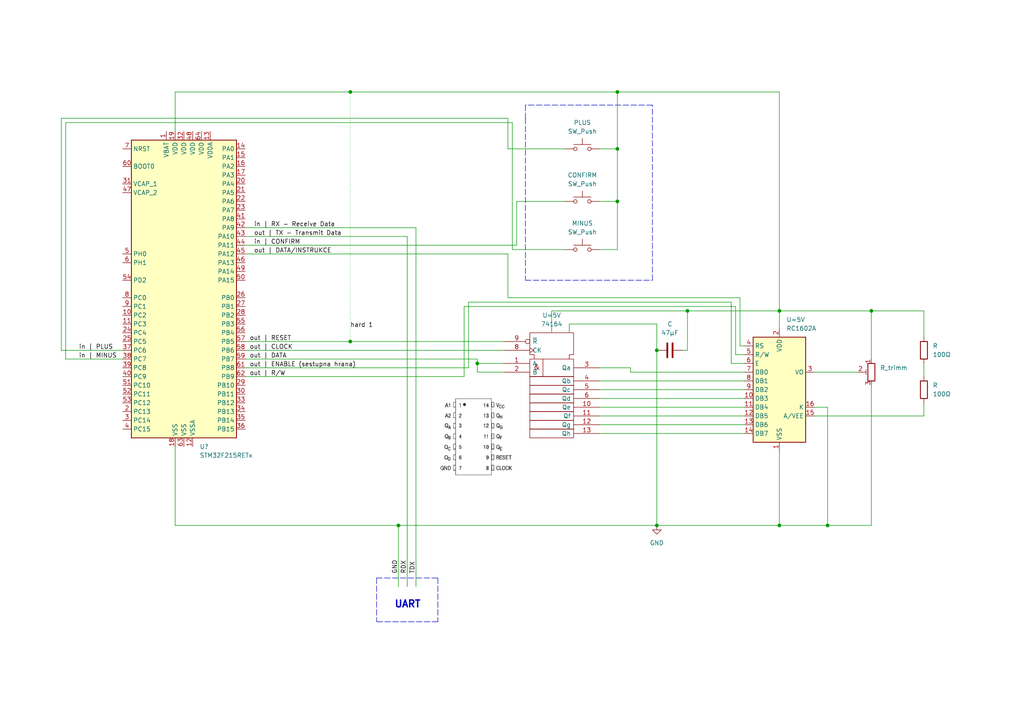
<source format=kicad_sch>
(kicad_sch (version 20211123) (generator eeschema)
  (paper "A4")
  (title_block (title "Řídicí jednotka se zobrazovačem LCD a kanálem - UART") (date "2022-11-21") (company "kucerp28@fel.cvut.cz"))
  (lib_symbols
    (symbol "74xx_IEEE:74164" (pin_names (offset 0.762))
      (property "Reference" "U" (at 8.89 6.35 0))
      (property "Value" "74164" (at 6.35 -22.86 0))
      (symbol "74164_0_0"
        (text "&" (at -4.318 -1.016 0) (effects (font (size 1.524 1.524))))
      )
      (symbol "74164_0_1"
        (rectangle (start -6.35 -19.05) (end 6.35 -21.59))
        (rectangle (start -6.35 -16.51) (end 6.35 -19.05))
        (rectangle (start -6.35 -13.97) (end 6.35 -16.51))
        (rectangle (start -6.35 -11.43) (end 6.35 -13.97))
        (rectangle (start -6.35 -8.89) (end 6.35 -11.43))
        (rectangle (start -6.35 -6.35) (end 6.35 -8.89))
        (rectangle (start -6.35 -3.81) (end 6.35 -6.35))
        (rectangle (start -6.35 1.27) (end 6.35 -3.81))
        (polyline (pts (xy -2.54 1.27) (xy -2.54 -3.81) (xy -2.54 -3.81)))
        (polyline (pts (xy -5.08 1.27) (xy -5.08 2.54) (xy -6.35 2.54) (xy -6.35 8.89) (xy 6.35 8.89) (xy 6.35 2.54) (xy 5.08 2.54) (xy 5.08 1.27) (xy 5.08 1.27)))
      )
      (symbol "74164_1_1"
        (pin input line (at -13.97 0 0) (length 7.62) (name "A") (number "1"))
        (pin output line (at 13.97 -12.7 180) (length 7.62) (name "Qe") (number "10"))
        (pin output line (at 13.97 -15.24 180) (length 7.62) (name "Qf") (number "11"))
        (pin output line (at 13.97 -17.78 180) (length 7.62) (name "Qg") (number "12"))
        (pin output line (at 13.97 -20.32 180) (length 7.62) (name "Qh") (number "13"))
        (pin power_in line (at 5.08 8.89 270) (length 0) hide (name "Vdd") (number "14"))
        (pin input line (at -13.97 -2.54 0) (length 7.62) (name "B") (number "2"))
        (pin output line (at 13.97 -1.27 180) (length 7.62) (name "Qa") (number "3"))
        (pin output line (at 13.97 -5.08 180) (length 7.62) (name "Qb") (number "4"))
        (pin output line (at 13.97 -7.62 180) (length 7.62) (name "Qc") (number "5"))
        (pin output line (at 13.97 -10.16 180) (length 7.62) (name "Qd") (number "6"))
        (pin power_in line (at 0 8.89 270) (length 0) hide (name "Vss") (number "7"))
        (pin input clock (at -13.97 3.81 0) (length 7.62) (name "CK") (number "8"))
        (pin input inverted (at -13.97 6.35 0) (length 7.62) (name "~{R}") (number "9"))
      )
    )
    (symbol "Device:C" (pin_numbers hide) (pin_names (offset 0.254))
      (property "Reference" "C" (at 0.635 2.54 0))
      (property "Value" "C" (at 0.635 -2.54 0))
      (symbol "C_0_1"
        (polyline (pts (xy -2.032 -0.762) (xy 2.032 -0.762)) (stroke (width 0.508)))
        (polyline (pts (xy -2.032 0.762) (xy 2.032 0.762)) (stroke (width 0.508)))
      )
      (symbol "C_1_1"
        (pin passive line (at 0 3.81 270) (length 2.794) (name "~") (number "1"))
        (pin passive line (at 0 -3.81 90) (length 2.794) (name "~") (number "2"))
      )
    )
    (symbol "Device:R" (pin_numbers hide) (pin_names (offset 0))
      (property "Reference" "R" (at 2.032 0 90))
      (property "Value" "R" (at 0 0 90))
      (symbol "R_0_1"
        (rectangle (start -1.016 -2.54) (end 1.016 2.54) (stroke (width 0.254)))
      )
      (symbol "R_1_1"
        (pin passive line (at 0 3.81 270) (length 1.27) (name "~") (number "1"))
        (pin passive line (at 0 -3.81 90) (length 1.27) (name "~") (number "2"))
      )
    )
    (symbol "Device:R_Potentiometer_Trim" (pin_names (offset 1.016) hide)
      (property "Reference" "RV" (at -4.445 0 90))
      (property "Value" "R_Potentiometer_Trim" (at -2.54 0 90))
      (symbol "R_Potentiometer_Trim_0_1"
        (polyline (pts (xy 1.524 0.762) (xy 1.524 -0.762)))
        (polyline (pts (xy 2.54 0) (xy 1.524 0)))
        (rectangle (start 1.016 2.54) (end -1.016 -2.54) (stroke (width 0.254)))
      )
      (symbol "R_Potentiometer_Trim_1_1"
        (pin passive line (at 0 3.81 270) (length 1.27) (name "1") (number "1"))
        (pin passive line (at 3.81 0 180) (length 1.27) (name "2") (number "2"))
        (pin passive line (at 0 -3.81 90) (length 1.27) (name "3") (number "3"))
      )
    )
    (symbol "Display_Character:RC1602A"
      (property "Reference" "U" (at -6.35 16.51 0))
      (property "Value" "RC1602A" (at 2.794 16.51 0))
      (symbol "RC1602A_0_1"
        (rectangle (start -7.62 15.24) (end 7.62 -15.24) (stroke (width 0.254)) (fill (type background)))
      )
      (symbol "RC1602A_1_1"
        (pin power_in line (at 0 -17.78 90) (length 2.54) (name "VSS") (number "1"))
        (pin bidirectional line (at -10.16 -2.54 0) (length 2.54) (name "DB3") (number "10"))
        (pin bidirectional line (at -10.16 -5.08 0) (length 2.54) (name "DB4") (number "11"))
        (pin bidirectional line (at -10.16 -7.62 0) (length 2.54) (name "DB5") (number "12"))
        (pin bidirectional line (at -10.16 -10.16 0) (length 2.54) (name "DB6") (number "13"))
        (pin bidirectional line (at -10.16 -12.7 0) (length 2.54) (name "DB7") (number "14"))
        (pin power_in line (at 10.16 -7.62 180) (length 2.54) (name "A/VEE") (number "15"))
        (pin power_in line (at 10.16 -5.08 180) (length 2.54) (name "K") (number "16"))
        (pin power_in line (at 0 17.78 270) (length 2.54) (name "VDD") (number "2"))
        (pin power_in line (at 10.16 5.08 180) (length 2.54) (name "VO") (number "3"))
        (pin input line (at -10.16 12.7 0) (length 2.54) (name "RS") (number "4"))
        (pin input line (at -10.16 10.16 0) (length 2.54) (name "R/W") (number "5"))
        (pin input line (at -10.16 7.62 0) (length 2.54) (name "E") (number "6"))
        (pin bidirectional line (at -10.16 5.08 0) (length 2.54) (name "DB0") (number "7"))
        (pin bidirectional line (at -10.16 2.54 0) (length 2.54) (name "DB1") (number "8"))
        (pin bidirectional line (at -10.16 0 0) (length 2.54) (name "DB2") (number "9"))
      )
    )
    (symbol "MCU_ST_STM32F2:STM32F215RETx"
      (property "Reference" "U" (at -15.24 44.45 0))
      (property "Value" "STM32F215RETx" (at 10.16 44.45 0))
      (symbol "STM32F215RETx_0_1"
        (rectangle (start -15.24 -43.18) (end 15.24 43.18) (stroke (width 0.254)) (fill (type background)))
      )
      (symbol "STM32F215RETx_1_1"
        (pin power_in line (at -5.08 45.72 270) (length 2.54) (name "VBAT") (number "1"))
        (pin bidirectional line (at -17.78 -7.62 0) (length 2.54) (name "PC2") (number "10"))
        (pin bidirectional line (at -17.78 -10.16 0) (length 2.54) (name "PC3") (number "11"))
        (pin power_in line (at 2.54 -45.72 90) (length 2.54) (name "VSSA") (number "12"))
        (pin power_in line (at 7.62 45.72 270) (length 2.54) (name "VDDA") (number "13"))
        (pin bidirectional line (at 17.78 40.64 180) (length 2.54) (name "PA0") (number "14"))
        (pin bidirectional line (at 17.78 38.1 180) (length 2.54) (name "PA1") (number "15"))
        (pin bidirectional line (at 17.78 35.56 180) (length 2.54) (name "PA2") (number "16"))
        (pin bidirectional line (at 17.78 33.02 180) (length 2.54) (name "PA3") (number "17"))
        (pin power_in line (at -2.54 -45.72 90) (length 2.54) (name "VSS") (number "18"))
        (pin power_in line (at -2.54 45.72 270) (length 2.54) (name "VDD") (number "19"))
        (pin bidirectional line (at -17.78 -35.56 0) (length 2.54) (name "PC13") (number "2"))
        (pin bidirectional line (at 17.78 30.48 180) (length 2.54) (name "PA4") (number "20"))
        (pin bidirectional line (at 17.78 27.94 180) (length 2.54) (name "PA5") (number "21"))
        (pin bidirectional line (at 17.78 25.4 180) (length 2.54) (name "PA6") (number "22"))
        (pin bidirectional line (at 17.78 22.86 180) (length 2.54) (name "PA7") (number "23"))
        (pin bidirectional line (at -17.78 -12.7 0) (length 2.54) (name "PC4") (number "24"))
        (pin bidirectional line (at -17.78 -15.24 0) (length 2.54) (name "PC5") (number "25"))
        (pin bidirectional line (at 17.78 -2.54 180) (length 2.54) (name "PB0") (number "26"))
        (pin bidirectional line (at 17.78 -5.08 180) (length 2.54) (name "PB1") (number "27"))
        (pin bidirectional line (at 17.78 -7.62 180) (length 2.54) (name "PB2") (number "28"))
        (pin bidirectional line (at 17.78 -27.94 180) (length 2.54) (name "PB10") (number "29"))
        (pin bidirectional line (at -17.78 -38.1 0) (length 2.54) (name "PC14") (number "3"))
        (pin bidirectional line (at 17.78 -30.48 180) (length 2.54) (name "PB11") (number "30"))
        (pin power_in line (at -17.78 30.48 0) (length 2.54) (name "VCAP_1") (number "31"))
        (pin power_in line (at 0 45.72 270) (length 2.54) (name "VDD") (number "32"))
        (pin bidirectional line (at 17.78 -33.02 180) (length 2.54) (name "PB12") (number "33"))
        (pin bidirectional line (at 17.78 -35.56 180) (length 2.54) (name "PB13") (number "34"))
        (pin bidirectional line (at 17.78 -38.1 180) (length 2.54) (name "PB14") (number "35"))
        (pin bidirectional line (at 17.78 -40.64 180) (length 2.54) (name "PB15") (number "36"))
        (pin bidirectional line (at -17.78 -17.78 0) (length 2.54) (name "PC6") (number "37"))
        (pin bidirectional line (at -17.78 -20.32 0) (length 2.54) (name "PC7") (number "38"))
        (pin bidirectional line (at -17.78 -22.86 0) (length 2.54) (name "PC8") (number "39"))
        (pin bidirectional line (at -17.78 -40.64 0) (length 2.54) (name "PC15") (number "4"))
        (pin bidirectional line (at -17.78 -25.4 0) (length 2.54) (name "PC9") (number "40"))
        (pin bidirectional line (at 17.78 20.32 180) (length 2.54) (name "PA8") (number "41"))
        (pin bidirectional line (at 17.78 17.78 180) (length 2.54) (name "PA9") (number "42"))
        (pin bidirectional line (at 17.78 15.24 180) (length 2.54) (name "PA10") (number "43"))
        (pin bidirectional line (at 17.78 12.7 180) (length 2.54) (name "PA11") (number "44"))
        (pin bidirectional line (at 17.78 10.16 180) (length 2.54) (name "PA12") (number "45"))
        (pin bidirectional line (at 17.78 7.62 180) (length 2.54) (name "PA13") (number "46"))
        (pin power_in line (at -17.78 27.94 0) (length 2.54) (name "VCAP_2") (number "47"))
        (pin power_in line (at 2.54 45.72 270) (length 2.54) (name "VDD") (number "48"))
        (pin bidirectional line (at 17.78 5.08 180) (length 2.54) (name "PA14") (number "49"))
        (pin input line (at -17.78 10.16 0) (length 2.54) (name "PH0") (number "5"))
        (pin bidirectional line (at 17.78 2.54 180) (length 2.54) (name "PA15") (number "50"))
        (pin bidirectional line (at -17.78 -27.94 0) (length 2.54) (name "PC10") (number "51"))
        (pin bidirectional line (at -17.78 -30.48 0) (length 2.54) (name "PC11") (number "52"))
        (pin bidirectional line (at -17.78 -33.02 0) (length 2.54) (name "PC12") (number "53"))
        (pin bidirectional line (at -17.78 2.54 0) (length 2.54) (name "PD2") (number "54"))
        (pin bidirectional line (at 17.78 -10.16 180) (length 2.54) (name "PB3") (number "55"))
        (pin bidirectional line (at 17.78 -12.7 180) (length 2.54) (name "PB4") (number "56"))
        (pin bidirectional line (at 17.78 -15.24 180) (length 2.54) (name "PB5") (number "57"))
        (pin bidirectional line (at 17.78 -17.78 180) (length 2.54) (name "PB6") (number "58"))
        (pin bidirectional line (at 17.78 -20.32 180) (length 2.54) (name "PB7") (number "59"))
        (pin input line (at -17.78 7.62 0) (length 2.54) (name "PH1") (number "6"))
        (pin input line (at -17.78 35.56 0) (length 2.54) (name "BOOT0") (number "60"))
        (pin bidirectional line (at 17.78 -22.86 180) (length 2.54) (name "PB8") (number "61"))
        (pin bidirectional line (at 17.78 -25.4 180) (length 2.54) (name "PB9") (number "62"))
        (pin power_in line (at 0 -45.72 90) (length 2.54) (name "VSS") (number "63"))
        (pin power_in line (at 5.08 45.72 270) (length 2.54) (name "VDD") (number "64"))
        (pin input line (at -17.78 40.64 0) (length 2.54) (name "NRST") (number "7"))
        (pin bidirectional line (at -17.78 -2.54 0) (length 2.54) (name "PC0") (number "8"))
        (pin bidirectional line (at -17.78 -5.08 0) (length 2.54) (name "PC1") (number "9"))
      )
    )
    (symbol "Switch:SW_Push" (pin_numbers hide) (pin_names (offset 1.016) hide)
      (property "Reference" "SW" (at 1.27 2.54 0))
      (property "Value" "SW_Push" (at 0 -1.524 0))
      (symbol "SW_Push_0_1"
        (circle (center -2.032 0) (radius 0.508))
        (polyline (pts (xy 0 1.27) (xy 0 3.048)))
        (polyline (pts (xy 2.54 1.27) (xy -2.54 1.27)))
        (circle (center 2.032 0) (radius 0.508))
        (pin passive line (at -5.08 0 0) (length 2.54) (name "1") (number "1"))
        (pin passive line (at 5.08 0 180) (length 2.54) (name "2") (number "2"))
      )
    )
    (symbol "power:GND" (power) (pin_names (offset 0))
      (property "Value" "GND" (at 0 -3.81 0))
      (symbol "GND_0_1"
        (polyline (pts (xy 0 0) (xy 0 -1.27) (xy 1.27 -1.27) (xy 0 -2.54) (xy -1.27 -1.27) (xy 0 -1.27)))
      )
      (symbol "GND_1_1"
        (pin power_in line (at 0 0 270) (length 0) hide (name "GND") (number "1"))
      )
    )
  )
  (junction (at 179.07 58.42))
  (junction (at 101.6 26.67))
  (junction (at 115.57 152.4))
  (junction (at 252.73 90.17))
  (junction (at 190.5 101.6))
  (junction (at 226.06 90.17))
  (junction (at 179.07 26.67))
  (junction (at 101.6 99.06))
  (junction (at 179.07 43.18))
  (junction (at 190.5 152.4))
  (junction (at 199.39 90.17))
  (junction (at 138.43 105.41))
  (junction (at 240.03 152.4))
  (junction (at 226.06 152.4))
  (wire (pts (xy 17.78 101.6) (xy 35.56 101.6)))
  (wire (pts (xy 134.62 109.22) (xy 134.62 88.9)))
  (wire (pts (xy 50.8 152.4) (xy 115.57 152.4)))
  (wire (pts (xy 173.99 123.19) (xy 215.9 123.19)))
  (wire (pts (xy 50.8 129.54) (xy 50.8 152.4)))
  (wire (pts (xy 267.97 90.17) (xy 252.73 90.17)))
  (wire (pts (xy 149.86 58.42) (xy 163.83 58.42)))
  (wire (pts (xy 160.02 96.52) (xy 160.02 90.17)))
  (wire (pts (xy 71.12 109.22) (xy 134.62 109.22)))
  (wire (pts (xy 138.43 105.41) (xy 138.43 107.95)))
  (wire (pts (xy 267.97 109.22) (xy 267.97 105.41)))
  (wire (pts (xy 165.1 93.98) (xy 190.5 93.98)))
  (wire (pts (xy 182.88 107.95) (xy 215.9 107.95)))
  (wire (pts (xy 173.99 113.03) (xy 215.9 113.03)))
  (wire (pts (xy 236.22 107.95) (xy 248.92 107.95)))
  (wire (pts (xy 71.12 68.58) (xy 118.11 68.58)))
  (polyline (pts (xy 127 180.34) (xy 109.22 180.34)))
  (wire (pts (xy 149.86 71.12) (xy 149.86 58.42)))
  (wire (pts (xy 71.12 104.14) (xy 138.43 104.14)))
  (wire (pts (xy 215.9 100.33) (xy 214.63 100.33)))
  (wire (pts (xy 226.06 152.4) (xy 226.06 130.81)))
  (wire (pts (xy 173.99 58.42) (xy 179.07 58.42)))
  (wire (pts (xy 240.03 152.4) (xy 252.73 152.4)))
  (wire (pts (xy 173.99 118.11) (xy 215.9 118.11)))
  (wire (pts (xy 226.06 90.17) (xy 226.06 95.25)))
  (wire (pts (xy 138.43 105.41) (xy 146.05 105.41)))
  (wire (pts (xy 267.97 116.84) (xy 267.97 120.65)))
  (wire (pts (xy 236.22 120.65) (xy 267.97 120.65)))
  (wire (pts (xy 71.12 66.04) (xy 120.65 66.04)))
  (wire (pts (xy 190.5 101.6) (xy 190.5 152.4)))
  (wire (pts (xy 148.59 72.39) (xy 163.83 72.39)))
  (wire (pts (xy 173.99 125.73) (xy 215.9 125.73)))
  (wire (pts (xy 120.65 66.04) (xy 120.65 170.18)))
  (wire (pts (xy 138.43 104.14) (xy 138.43 105.41)))
  (wire (pts (xy 199.39 90.17) (xy 199.39 101.6)))
  (polyline (pts (xy 152.4 30.48) (xy 152.4 34.29)))
  (wire (pts (xy 17.78 34.29) (xy 17.78 101.6)))
  (wire (pts (xy 214.63 86.36) (xy 147.32 86.36)))
  (polyline (pts (xy 109.22 167.64) (xy 109.22 180.34)))
  (wire (pts (xy 146.05 107.95) (xy 138.43 107.95)))
  (wire (pts (xy 214.63 100.33) (xy 214.63 86.36)))
  (wire (pts (xy 71.12 99.06) (xy 101.6 99.06)))
  (wire (pts (xy 135.89 87.63) (xy 135.89 106.68)))
  (wire (pts (xy 118.11 68.58) (xy 118.11 170.18)))
  (wire (pts (xy 173.99 43.18) (xy 179.07 43.18)))
  (wire (pts (xy 147.32 73.66) (xy 147.32 86.36)))
  (wire (pts (xy 173.99 120.65) (xy 215.9 120.65)))
  (wire (pts (xy 199.39 90.17) (xy 226.06 90.17)))
  (wire (pts (xy 212.09 87.63) (xy 135.89 87.63)))
  (wire (pts (xy 179.07 26.67) (xy 101.6 26.67)))
  (wire (pts (xy 147.32 43.18) (xy 147.32 34.29)))
  (wire (pts (xy 101.6 99.06) (xy 146.05 99.06)))
  (wire (pts (xy 147.32 34.29) (xy 17.78 34.29)))
  (wire (pts (xy 101.6 26.67) (xy 50.8 26.67)))
  (wire (pts (xy 173.99 106.68) (xy 182.88 106.68)))
  (wire (pts (xy 240.03 118.11) (xy 240.03 152.4)))
  (wire (pts (xy 252.73 90.17) (xy 252.73 104.14)))
  (wire (pts (xy 190.5 93.98) (xy 190.5 101.6)))
  (polyline (pts (xy 127 167.64) (xy 127 180.34)))
  (wire (pts (xy 267.97 97.79) (xy 267.97 90.17)))
  (wire (pts (xy 115.57 152.4) (xy 190.5 152.4)))
  (wire (pts (xy 226.06 26.67) (xy 226.06 90.17)))
  (wire (pts (xy 212.09 105.41) (xy 212.09 87.63)))
  (polyline (pts (xy 189.23 81.28) (xy 189.23 30.48)))
  (wire (pts (xy 147.32 43.18) (xy 163.83 43.18)))
  (wire (pts (xy 190.5 152.4) (xy 226.06 152.4)))
  (wire (pts (xy 213.36 102.87) (xy 213.36 88.9)))
  (polyline (pts (xy 152.4 34.29) (xy 152.4 81.28)))
  (wire (pts (xy 179.07 26.67) (xy 226.06 26.67)))
  (polyline (pts (xy 109.22 167.64) (xy 127 167.64)))
  (wire (pts (xy 179.07 58.42) (xy 179.07 72.39)))
  (wire (pts (xy 115.57 152.4) (xy 115.57 170.18)))
  (wire (pts (xy 215.9 105.41) (xy 212.09 105.41)))
  (wire (pts (xy 35.56 104.14) (xy 19.05 104.14)))
  (wire (pts (xy 252.73 152.4) (xy 252.73 111.76)))
  (wire (pts (xy 226.06 152.4) (xy 240.03 152.4)))
  (wire (pts (xy 50.8 26.67) (xy 50.8 38.1)))
  (wire (pts (xy 198.12 101.6) (xy 199.39 101.6)))
  (wire (pts (xy 213.36 88.9) (xy 134.62 88.9)))
  (wire (pts (xy 182.88 106.68) (xy 182.88 107.95)))
  (wire (pts (xy 226.06 90.17) (xy 252.73 90.17)))
  (wire (pts (xy 71.12 73.66) (xy 147.32 73.66)))
  (wire (pts (xy 240.03 118.11) (xy 236.22 118.11)))
  (polyline (pts (xy 189.23 30.48) (xy 152.4 30.48)))
  (wire (pts (xy 101.6 26.67) (xy 101.6 99.06)) (stroke (width 0) (type dot)))
  (wire (pts (xy 173.99 115.57) (xy 215.9 115.57)))
  (polyline (pts (xy 152.4 81.28) (xy 189.23 81.28)))
  (wire (pts (xy 71.12 101.6) (xy 146.05 101.6)))
  (wire (pts (xy 173.99 110.49) (xy 215.9 110.49)))
  (wire (pts (xy 148.59 35.56) (xy 148.59 72.39)))
  (wire (pts (xy 19.05 104.14) (xy 19.05 35.56)))
  (wire (pts (xy 160.02 90.17) (xy 199.39 90.17)))
  (wire (pts (xy 215.9 102.87) (xy 213.36 102.87)))
  (wire (pts (xy 19.05 35.56) (xy 148.59 35.56)))
  (wire (pts (xy 179.07 26.67) (xy 179.07 43.18)))
  (wire (pts (xy 165.1 96.52) (xy 165.1 93.98)))
  (wire (pts (xy 71.12 106.68) (xy 135.89 106.68)))
  (wire (pts (xy 71.12 71.12) (xy 149.86 71.12)))
  (wire (pts (xy 173.99 72.39) (xy 179.07 72.39)))
  (wire (pts (xy 179.07 43.18) (xy 179.07 58.42)))
  (image (at 138.43 125.73))
  (text "UART" (at 114.3 176.53 0) (effects (font (size 2 2) (thickness 0.4) bold) (justify left bottom)))
  (label "in | PLUS" (at 22.86 101.6 0))
  (label "RDX" (at 118.11 166.37 90))
  (label "out | TX - Transmit Data" (at 73.66 68.58 0))
  (label "out | CLOCK" (at 72.39 101.6 0))
  (label "hard 1" (at 101.6 95.25 0))
  (label "in | RX - Receive Data" (at 73.66 66.04 0))
  (label "GND" (at 115.57 166.37 90))
  (label "out | RESET" (at 72.39 99.06 0))
  (label "in | MINUS" (at 22.86 104.14 0))
  (label "out | DATA{slash}INSTRUKCE" (at 73.66 73.66 0))
  (label "in | CONFIRM" (at 73.66 71.12 0))
  (label "out | DATA" (at 72.39 104.14 0))
  (label "TDX" (at 120.65 166.37 90))
  (label "out | ENABLE (sestupna hrana)" (at 72.39 106.68 0))
  (label "out | R{slash}W" (at 72.39 109.22 0))
  (symbol (lib_id "Device:R") (at 267.97 113.03 0) (unit 1)
    (property "Reference" "R" (at 270.51 111.7599 0) (effects (justify left)))
    (property "Value" "100Ω" (at 270.51 114.2999 0) (effects (justify left)))
  )
  (symbol (lib_id "power:GND") (at 190.5 152.4 0) (unit 1)
    (property "Reference" "#PWR?" (effects hide))
    (property "Value" "GND" (at 190.5 157.48 0))
  )
  (symbol (lib_id "74xx_IEEE:74164") (at 160.02 105.41 0) (unit 1)
    (property "Reference" "U=5V" (at 160.02 91.44 0))
    (property "Value" "74164" (at 160.02 93.98 0))
  )
  (symbol (lib_id "Switch:SW_Push") (at 168.91 43.18 0) (unit 1)
    (property "Reference" "PLUS" (at 168.91 35.56 0))
    (property "Value" "SW_Push" (at 168.91 38.1 0))
  )
  (symbol (lib_id "Device:R") (at 267.97 101.6 0) (unit 1)
    (property "Reference" "R" (at 270.51 100.3299 0) (effects (justify left)))
    (property "Value" "100Ω" (at 270.51 102.8699 0) (effects (justify left)))
  )
  (symbol (lib_id "Device:R_Potentiometer_Trim") (at 252.73 107.95 0) (mirror y) (unit 1)
    (property "Reference" "R_trimm" (at 255.27 106.6799 0) (effects (justify right)))
    (property "Value" " " (at 255.27 109.2199 0) (effects (justify right)))
  )
  (symbol (lib_id "Switch:SW_Push") (at 168.91 72.39 0) (unit 1)
    (property "Reference" "MINUS" (at 168.91 64.77 0))
    (property "Value" "SW_Push" (at 168.91 67.31 0))
  )
  (symbol (lib_id "Display_Character:RC1602A") (at 226.06 113.03 0) (unit 1)
    (property "Reference" "U=5V" (at 228.0794 92.71 0) (effects (justify left)))
    (property "Value" "RC1602A" (at 228.0794 95.25 0) (effects (justify left)))
    (property "Footprint" "Display:RC1602A" (effects hide))
    (property "Datasheet" "http://www.raystar-optronics.com/down.php?ProID=18" (effects hide))
  )
  (symbol (lib_id "Switch:SW_Push") (at 168.91 58.42 0) (unit 1)
    (property "Reference" "CONFIRM" (at 168.91 50.8 0))
    (property "Value" "SW_Push" (at 168.91 53.34 0))
  )
  (symbol (lib_id "Device:C") (at 194.31 101.6 90) (unit 1)
    (property "Reference" "C" (at 194.31 93.98 90))
    (property "Value" "47μF" (at 194.31 96.52 90))
  )
  (symbol (lib_id "MCU_ST_STM32F2:STM32F215RETx") (at 53.34 83.82 0) (unit 1)
    (property "Reference" "U?" (at 57.8994 129.54 0) (effects (justify left)))
    (property "Value" "STM32F215RETx" (at 57.8994 132.08 0) (effects (justify left)))
    (property "Footprint" "Package_QFP:LQFP-64_10x10mm_P0.5mm" (effects hide))
    (property "Datasheet" "http://www.st.com/st-web-ui/static/active/en/resource/technical/document/datasheet/CD00263874.pdf" (effects hide))
  )
)
</source>
